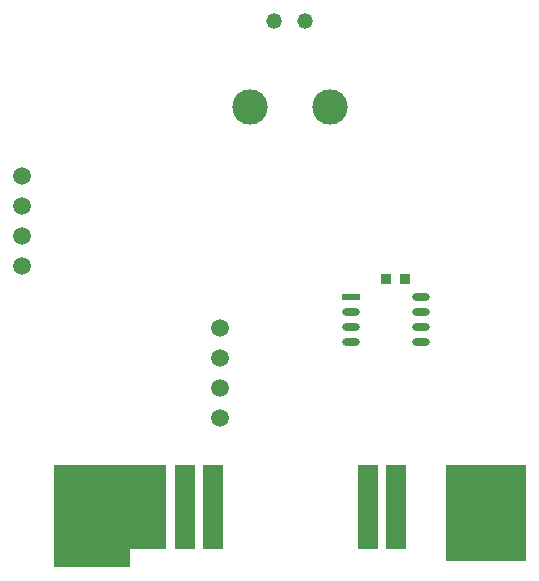
<source format=gbr>
%TF.GenerationSoftware,Altium Limited,Altium Designer,21.6.4 (81)*%
G04 Layer_Color=8388736*
%FSLAX43Y43*%
%MOMM*%
%TF.SameCoordinates,1CE7F002-25C6-4FEA-A4B7-191A7A1919B5*%
%TF.FilePolarity,Negative*%
%TF.FileFunction,Soldermask,Top*%
%TF.Part,Single*%
G01*
G75*
%TA.AperFunction,SMDPad,CuDef*%
%ADD46R,0.870X0.920*%
%ADD48O,1.520X0.620*%
%ADD49R,1.520X0.620*%
%TA.AperFunction,ComponentPad*%
%ADD53C,1.320*%
%ADD54C,1.520*%
%TA.AperFunction,ConnectorPad*%
%ADD56R,6.820X8.220*%
%ADD57R,1.720X7.220*%
%ADD58R,1.720X7.220*%
%ADD59R,9.520X7.220*%
%ADD60R,6.520X8.720*%
%TA.AperFunction,ComponentPad*%
%ADD61C,3.003*%
D46*
X33625Y24100D02*
D03*
X35175D02*
D03*
D48*
X30600Y21290D02*
D03*
Y20020D02*
D03*
Y18750D02*
D03*
X36600Y22560D02*
D03*
Y21290D02*
D03*
Y20020D02*
D03*
Y18750D02*
D03*
D49*
X30600Y22560D02*
D03*
D53*
X26750Y45900D02*
D03*
X24150D02*
D03*
D54*
X2770Y25200D02*
D03*
Y27740D02*
D03*
Y30280D02*
D03*
Y32820D02*
D03*
X19535Y19950D02*
D03*
Y17410D02*
D03*
Y14870D02*
D03*
Y12330D02*
D03*
D56*
X42100Y4300D02*
D03*
D57*
X34450Y4800D02*
D03*
X32050D02*
D03*
X18950D02*
D03*
D58*
X16550D02*
D03*
D59*
X10250D02*
D03*
D60*
X8750Y4050D02*
D03*
D61*
X22130Y38665D02*
D03*
X28860D02*
D03*
%TF.MD5,c804d61be53e49a6cf2ccb5fbac681cc*%
M02*

</source>
